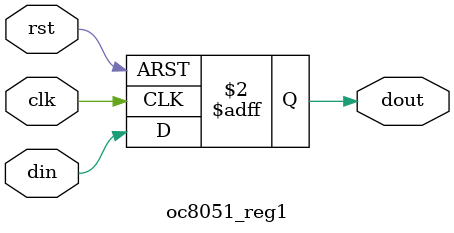
<source format=v>


`include "oc8051_timescale.v"
// synopsys translate_on


module oc8051_reg1 (clk, rst, din, dout);
input din, clk, rst;
output dout;
reg dout;

always @(posedge clk or posedge rst)
  if (rst) dout <= 1'b0;
  else dout <= #1 din;

endmodule

</source>
